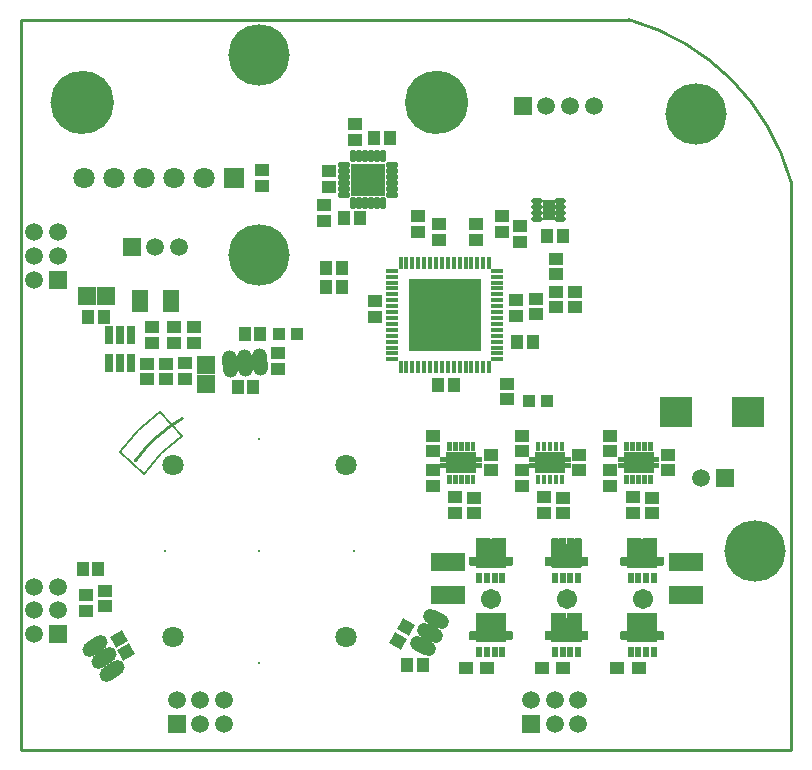
<source format=gts>
G04*
G04 #@! TF.GenerationSoftware,Altium Limited,Altium Designer,20.1.14 (287)*
G04*
G04 Layer_Color=8388736*
%FSLAX25Y25*%
%MOIN*%
G70*
G04*
G04 #@! TF.SameCoordinates,BFC865CF-BEAF-49AC-A6C2-1AB5C3D80CD9*
G04*
G04*
G04 #@! TF.FilePolarity,Negative*
G04*
G01*
G75*
%ADD10C,0.00787*%
%ADD13C,0.01000*%
%ADD24C,0.04724*%
%ADD25R,0.04540X0.04147*%
%ADD26R,0.04737X0.04343*%
%ADD27R,0.04343X0.07099*%
%ADD28R,0.02139X0.03950*%
%ADD29R,0.02454X0.03398*%
%ADD30R,0.04343X0.04737*%
%ADD31R,0.10839X0.10446*%
%ADD32R,0.01824X0.04186*%
%ADD33R,0.04186X0.01824*%
%ADD34R,0.11430X0.05918*%
%ADD35R,0.03950X0.03950*%
%ADD36R,0.24422X0.24422*%
G04:AMPARAMS|DCode=37|XSize=39.5mil|YSize=21.78mil|CornerRadius=5.72mil|HoleSize=0mil|Usage=FLASHONLY|Rotation=180.000|XOffset=0mil|YOffset=0mil|HoleType=Round|Shape=RoundedRectangle|*
%AMROUNDEDRECTD37*
21,1,0.03950,0.01034,0,0,180.0*
21,1,0.02805,0.02178,0,0,180.0*
1,1,0.01145,-0.01403,0.00517*
1,1,0.01145,0.01403,0.00517*
1,1,0.01145,0.01403,-0.00517*
1,1,0.01145,-0.01403,-0.00517*
%
%ADD37ROUNDEDRECTD37*%
%ADD38R,0.11430X0.11036*%
G04:AMPARAMS|DCode=39|XSize=41.47mil|YSize=21.78mil|CornerRadius=5.72mil|HoleSize=0mil|Usage=FLASHONLY|Rotation=270.000|XOffset=0mil|YOffset=0mil|HoleType=Round|Shape=RoundedRectangle|*
%AMROUNDEDRECTD39*
21,1,0.04147,0.01034,0,0,270.0*
21,1,0.03002,0.02178,0,0,270.0*
1,1,0.01145,-0.00517,-0.01501*
1,1,0.01145,-0.00517,0.01501*
1,1,0.01145,0.00517,0.01501*
1,1,0.01145,0.00517,-0.01501*
%
%ADD39ROUNDEDRECTD39*%
%ADD40R,0.03162X0.06115*%
%ADD41R,0.05918X0.06312*%
%ADD42R,0.05524X0.07690*%
%ADD43R,0.06312X0.05918*%
G04:AMPARAMS|DCode=44|XSize=45.4mil|YSize=41.47mil|CornerRadius=0mil|HoleSize=0mil|Usage=FLASHONLY|Rotation=30.000|XOffset=0mil|YOffset=0mil|HoleType=Round|Shape=Rectangle|*
%AMROTATEDRECTD44*
4,1,4,-0.00929,-0.02931,-0.03003,0.00660,0.00929,0.02931,0.03003,-0.00660,-0.00929,-0.02931,0.0*
%
%ADD44ROTATEDRECTD44*%

G04:AMPARAMS|DCode=45|XSize=45.4mil|YSize=41.47mil|CornerRadius=0mil|HoleSize=0mil|Usage=FLASHONLY|Rotation=150.000|XOffset=0mil|YOffset=0mil|HoleType=Round|Shape=Rectangle|*
%AMROTATEDRECTD45*
4,1,4,0.03003,0.00660,0.00929,-0.02931,-0.03003,-0.00660,-0.00929,0.02931,0.03003,0.00660,0.0*
%
%ADD45ROTATEDRECTD45*%

G04:AMPARAMS|DCode=46|XSize=37.13mil|YSize=19.02mil|CornerRadius=5.38mil|HoleSize=0mil|Usage=FLASHONLY|Rotation=180.000|XOffset=0mil|YOffset=0mil|HoleType=Round|Shape=RoundedRectangle|*
%AMROUNDEDRECTD46*
21,1,0.03713,0.00827,0,0,180.0*
21,1,0.02638,0.01902,0,0,180.0*
1,1,0.01076,-0.01319,0.00413*
1,1,0.01076,0.01319,0.00413*
1,1,0.01076,0.01319,-0.00413*
1,1,0.01076,-0.01319,-0.00413*
%
%ADD46ROUNDEDRECTD46*%
%ADD47R,0.04147X0.04540*%
%ADD48C,0.05918*%
%ADD49R,0.05918X0.05918*%
%ADD50C,0.07099*%
%ADD51C,0.20485*%
G04:AMPARAMS|DCode=52|XSize=92.25mil|YSize=50.13mil|CornerRadius=0mil|HoleSize=0mil|Usage=FLASHONLY|Rotation=214.480|XOffset=0mil|YOffset=0mil|HoleType=Round|Shape=Round|*
%AMOVALD52*
21,1,0.04213,0.05013,0.00000,0.00000,214.5*
1,1,0.05013,0.01736,0.01192*
1,1,0.05013,-0.01736,-0.01192*
%
%ADD52OVALD52*%

G04:AMPARAMS|DCode=53|XSize=92.25mil|YSize=50.13mil|CornerRadius=0mil|HoleSize=0mil|Usage=FLASHONLY|Rotation=334.480|XOffset=0mil|YOffset=0mil|HoleType=Round|Shape=Round|*
%AMOVALD53*
21,1,0.04213,0.05013,0.00000,0.00000,334.5*
1,1,0.05013,-0.01901,0.00907*
1,1,0.05013,0.01901,-0.00907*
%
%ADD53OVALD53*%

G04:AMPARAMS|DCode=54|XSize=92.25mil|YSize=50.13mil|CornerRadius=0mil|HoleSize=0mil|Usage=FLASHONLY|Rotation=94.480|XOffset=0mil|YOffset=0mil|HoleType=Round|Shape=Round|*
%AMOVALD54*
21,1,0.04213,0.05013,0.00000,0.00000,94.5*
1,1,0.05013,0.00165,-0.02100*
1,1,0.05013,-0.00165,0.02100*
%
%ADD54OVALD54*%

%ADD55R,0.07099X0.07099*%
%ADD56C,0.06706*%
%ADD57C,0.00800*%
%ADD58R,0.05918X0.05918*%
%ADD59C,0.03556*%
G36*
X131063Y33583D02*
X129567D01*
Y36496D01*
X131063D01*
Y33583D01*
D02*
G37*
G36*
X129095D02*
X127598D01*
Y36496D01*
X129095D01*
Y33583D01*
D02*
G37*
G36*
X127126D02*
X125630D01*
Y36496D01*
X127126D01*
Y33583D01*
D02*
G37*
G36*
X125157D02*
X123661D01*
Y36496D01*
X125157D01*
Y33583D01*
D02*
G37*
G36*
X123189D02*
X121693D01*
Y36496D01*
X123189D01*
Y33583D01*
D02*
G37*
G36*
X101535D02*
X100039D01*
Y36496D01*
X101535D01*
Y33583D01*
D02*
G37*
G36*
X99567D02*
X98071D01*
Y36496D01*
X99567D01*
Y33583D01*
D02*
G37*
G36*
X97598D02*
X96102D01*
Y36496D01*
X97598D01*
Y33583D01*
D02*
G37*
G36*
X95630D02*
X94134D01*
Y36496D01*
X95630D01*
Y33583D01*
D02*
G37*
G36*
X93661D02*
X92165D01*
Y36496D01*
X93661D01*
Y33583D01*
D02*
G37*
G36*
X72008D02*
X70512D01*
Y36496D01*
X72008D01*
Y33583D01*
D02*
G37*
G36*
X70039D02*
X68543D01*
Y36496D01*
X70039D01*
Y33583D01*
D02*
G37*
G36*
X68071D02*
X66575D01*
Y36496D01*
X68071D01*
Y33583D01*
D02*
G37*
G36*
X66102D02*
X64606D01*
Y36496D01*
X66102D01*
Y33583D01*
D02*
G37*
G36*
X64134D02*
X62638D01*
Y36496D01*
X64134D01*
Y33583D01*
D02*
G37*
G36*
X131378Y31280D02*
X133346D01*
Y29744D01*
X131378D01*
Y29311D01*
X133346D01*
Y27776D01*
X131378D01*
Y26004D01*
X121378D01*
Y27776D01*
X119410D01*
Y29311D01*
X121378D01*
Y29744D01*
X119410D01*
Y31280D01*
X121378D01*
Y33051D01*
X131378D01*
Y31280D01*
D02*
G37*
G36*
X101850D02*
X103819D01*
Y29744D01*
X101850D01*
Y29311D01*
X103819D01*
Y27776D01*
X101850D01*
Y26004D01*
X91850D01*
Y27776D01*
X89882D01*
Y29311D01*
X91850D01*
Y29744D01*
X89882D01*
Y31280D01*
X91850D01*
Y33051D01*
X101850D01*
Y31280D01*
D02*
G37*
G36*
X72323D02*
X74291D01*
Y29744D01*
X72323D01*
Y29311D01*
X74291D01*
Y27776D01*
X72323D01*
Y26004D01*
X62323D01*
Y27776D01*
X60354D01*
Y29311D01*
X62323D01*
Y29744D01*
X60354D01*
Y31280D01*
X62323D01*
Y33051D01*
X72323D01*
Y31280D01*
D02*
G37*
G36*
X131063Y22559D02*
X129567D01*
Y25472D01*
X131063D01*
Y22559D01*
D02*
G37*
G36*
X129095D02*
X127598D01*
Y25472D01*
X129095D01*
Y22559D01*
D02*
G37*
G36*
X127126D02*
X125630D01*
Y25472D01*
X127126D01*
Y22559D01*
D02*
G37*
G36*
X125157D02*
X123661D01*
Y25472D01*
X125157D01*
Y22559D01*
D02*
G37*
G36*
X123189D02*
X121693D01*
Y25472D01*
X123189D01*
Y22559D01*
D02*
G37*
G36*
X101535D02*
X100039D01*
Y25472D01*
X101535D01*
Y22559D01*
D02*
G37*
G36*
X99567D02*
X98071D01*
Y25472D01*
X99567D01*
Y22559D01*
D02*
G37*
G36*
X97598D02*
X96102D01*
Y25472D01*
X97598D01*
Y22559D01*
D02*
G37*
G36*
X95630D02*
X94134D01*
Y25472D01*
X95630D01*
Y22559D01*
D02*
G37*
G36*
X93661D02*
X92165D01*
Y25472D01*
X93661D01*
Y22559D01*
D02*
G37*
G36*
X72008D02*
X70512D01*
Y25472D01*
X72008D01*
Y22559D01*
D02*
G37*
G36*
X70039D02*
X68543D01*
Y25472D01*
X70039D01*
Y22559D01*
D02*
G37*
G36*
X68071D02*
X66575D01*
Y25472D01*
X68071D01*
Y22559D01*
D02*
G37*
G36*
X66102D02*
X64606D01*
Y25472D01*
X66102D01*
Y22559D01*
D02*
G37*
G36*
X64134D02*
X62638D01*
Y25472D01*
X64134D01*
Y22559D01*
D02*
G37*
G36*
X132277Y4334D02*
X132328Y4324D01*
X132378Y4307D01*
X132425Y4284D01*
X132468Y4255D01*
X132508Y4220D01*
X132542Y4181D01*
X132571Y4137D01*
X132595Y4090D01*
X132612Y4041D01*
X132622Y3989D01*
X132625Y3937D01*
Y-1764D01*
X134370D01*
X134422Y-1768D01*
X134474Y-1778D01*
X134523Y-1795D01*
X134570Y-1818D01*
X134614Y-1847D01*
X134653Y-1882D01*
X134688Y-1921D01*
X134717Y-1965D01*
X134740Y-2012D01*
X134757Y-2062D01*
X134767Y-2113D01*
X134771Y-2165D01*
Y-4409D01*
X134767Y-4462D01*
X134757Y-4513D01*
X134740Y-4563D01*
X134717Y-4610D01*
X134688Y-4654D01*
X134653Y-4693D01*
X134614Y-4727D01*
X134570Y-4757D01*
X134523Y-4780D01*
X134474Y-4797D01*
X134422Y-4807D01*
X134370Y-4810D01*
X132625D01*
Y-5118D01*
X132622Y-5170D01*
X132612Y-5222D01*
X132595Y-5271D01*
X132571Y-5319D01*
X132542Y-5362D01*
X132508Y-5402D01*
X132468Y-5436D01*
X132425Y-5465D01*
X132378Y-5488D01*
X132328Y-5505D01*
X132277Y-5516D01*
X132224Y-5519D01*
X122894D01*
X122841Y-5516D01*
X122790Y-5505D01*
X122740Y-5488D01*
X122693Y-5465D01*
X122650Y-5436D01*
X122610Y-5402D01*
X122576Y-5362D01*
X122547Y-5319D01*
X122523Y-5271D01*
X122506Y-5222D01*
X122496Y-5170D01*
X122493Y-5118D01*
Y-4810D01*
X120748D01*
X120696Y-4807D01*
X120644Y-4797D01*
X120595Y-4780D01*
X120547Y-4757D01*
X120504Y-4727D01*
X120465Y-4693D01*
X120430Y-4654D01*
X120401Y-4610D01*
X120378Y-4563D01*
X120361Y-4513D01*
X120351Y-4462D01*
X120347Y-4409D01*
Y-2165D01*
X120351Y-2113D01*
X120361Y-2062D01*
X120378Y-2012D01*
X120401Y-1965D01*
X120430Y-1921D01*
X120465Y-1882D01*
X120504Y-1847D01*
X120547Y-1818D01*
X120595Y-1795D01*
X120644Y-1778D01*
X120696Y-1768D01*
X120748Y-1764D01*
X122493D01*
Y3937D01*
X122496Y3989D01*
X122506Y4041D01*
X122523Y4090D01*
X122547Y4137D01*
X122576Y4181D01*
X122610Y4220D01*
X122650Y4255D01*
X122693Y4284D01*
X122740Y4307D01*
X122790Y4324D01*
X122841Y4334D01*
X122894Y4338D01*
X124547D01*
X124600Y4334D01*
X124651Y4324D01*
X124701Y4307D01*
X124748Y4284D01*
X124791Y4255D01*
X124831Y4220D01*
X124865Y4181D01*
X124894Y4137D01*
X124917Y4090D01*
X124934Y4041D01*
X124945Y3989D01*
X124948Y3937D01*
Y2488D01*
X125052D01*
Y3937D01*
X125055Y3989D01*
X125066Y4041D01*
X125082Y4090D01*
X125106Y4137D01*
X125135Y4181D01*
X125169Y4220D01*
X125209Y4255D01*
X125252Y4284D01*
X125299Y4307D01*
X125349Y4324D01*
X125400Y4334D01*
X125453Y4338D01*
X127106D01*
X127158Y4334D01*
X127210Y4324D01*
X127260Y4307D01*
X127307Y4284D01*
X127350Y4255D01*
X127390Y4220D01*
X127424Y4181D01*
X127453Y4137D01*
X127477Y4090D01*
X127493Y4041D01*
X127504Y3989D01*
X127507Y3937D01*
Y2488D01*
X127611D01*
Y3937D01*
X127614Y3989D01*
X127624Y4041D01*
X127641Y4090D01*
X127665Y4137D01*
X127694Y4181D01*
X127728Y4220D01*
X127768Y4255D01*
X127811Y4284D01*
X127858Y4307D01*
X127908Y4324D01*
X127959Y4334D01*
X128012Y4338D01*
X129665D01*
X129718Y4334D01*
X129769Y4324D01*
X129819Y4307D01*
X129866Y4284D01*
X129909Y4255D01*
X129949Y4220D01*
X129983Y4181D01*
X130012Y4137D01*
X130036Y4090D01*
X130052Y4041D01*
X130063Y3989D01*
X130066Y3937D01*
Y2488D01*
X130170D01*
Y3937D01*
X130173Y3989D01*
X130184Y4041D01*
X130200Y4090D01*
X130224Y4137D01*
X130253Y4181D01*
X130287Y4220D01*
X130327Y4255D01*
X130370Y4284D01*
X130417Y4307D01*
X130467Y4324D01*
X130518Y4334D01*
X130571Y4338D01*
X132224D01*
X132277Y4334D01*
D02*
G37*
G36*
X81883Y4334D02*
X81934Y4324D01*
X81984Y4307D01*
X82031Y4284D01*
X82075Y4255D01*
X82114Y4220D01*
X82149Y4181D01*
X82178Y4137D01*
X82201Y4090D01*
X82218Y4041D01*
X82228Y3989D01*
X82231Y3937D01*
Y-1765D01*
X83976D01*
X84029Y-1768D01*
X84080Y-1778D01*
X84130Y-1795D01*
X84177Y-1818D01*
X84220Y-1847D01*
X84260Y-1882D01*
X84294Y-1921D01*
X84324Y-1965D01*
X84347Y-2012D01*
X84364Y-2062D01*
X84374Y-2113D01*
X84377Y-2165D01*
Y-4409D01*
X84374Y-4462D01*
X84364Y-4513D01*
X84347Y-4563D01*
X84324Y-4610D01*
X84294Y-4654D01*
X84260Y-4693D01*
X84220Y-4728D01*
X84177Y-4757D01*
X84130Y-4780D01*
X84080Y-4797D01*
X84029Y-4807D01*
X83976Y-4810D01*
X82231D01*
Y-5118D01*
X82228Y-5170D01*
X82218Y-5222D01*
X82201Y-5272D01*
X82178Y-5319D01*
X82149Y-5362D01*
X82114Y-5402D01*
X82075Y-5436D01*
X82031Y-5465D01*
X81984Y-5488D01*
X81934Y-5505D01*
X81883Y-5516D01*
X81831Y-5519D01*
X72500D01*
X72448Y-5516D01*
X72396Y-5505D01*
X72347Y-5488D01*
X72299Y-5465D01*
X72256Y-5436D01*
X72216Y-5402D01*
X72182Y-5362D01*
X72153Y-5319D01*
X72130Y-5272D01*
X72113Y-5222D01*
X72102Y-5170D01*
X72099Y-5118D01*
Y-4810D01*
X70354D01*
X70302Y-4807D01*
X70250Y-4797D01*
X70201Y-4780D01*
X70154Y-4757D01*
X70110Y-4728D01*
X70071Y-4693D01*
X70036Y-4654D01*
X70007Y-4610D01*
X69984Y-4563D01*
X69967Y-4513D01*
X69957Y-4462D01*
X69953Y-4409D01*
Y-2165D01*
X69957Y-2113D01*
X69967Y-2062D01*
X69984Y-2012D01*
X70007Y-1965D01*
X70036Y-1921D01*
X70071Y-1882D01*
X70110Y-1847D01*
X70154Y-1818D01*
X70201Y-1795D01*
X70250Y-1778D01*
X70302Y-1768D01*
X70354Y-1765D01*
X72099D01*
Y3937D01*
X72102Y3989D01*
X72113Y4041D01*
X72130Y4090D01*
X72153Y4137D01*
X72182Y4181D01*
X72216Y4220D01*
X72256Y4255D01*
X72299Y4284D01*
X72347Y4307D01*
X72396Y4324D01*
X72448Y4334D01*
X72500Y4338D01*
X74154D01*
X74206Y4334D01*
X74257Y4324D01*
X74307Y4307D01*
X74354Y4284D01*
X74397Y4255D01*
X74437Y4220D01*
X74471Y4181D01*
X74501Y4137D01*
X74524Y4090D01*
X74541Y4041D01*
X74551Y3989D01*
X74554Y3937D01*
Y2487D01*
X74658D01*
Y3937D01*
X74661Y3989D01*
X74672Y4041D01*
X74689Y4090D01*
X74712Y4137D01*
X74741Y4181D01*
X74775Y4220D01*
X74815Y4255D01*
X74859Y4284D01*
X74906Y4307D01*
X74955Y4324D01*
X75007Y4334D01*
X75059Y4338D01*
X76713D01*
X76765Y4334D01*
X76816Y4324D01*
X76866Y4307D01*
X76913Y4284D01*
X76957Y4255D01*
X76996Y4220D01*
X77030Y4181D01*
X77060Y4137D01*
X77083Y4090D01*
X77100Y4041D01*
X77110Y3989D01*
X77113Y3937D01*
Y2487D01*
X77217D01*
Y3937D01*
X77221Y3989D01*
X77231Y4041D01*
X77248Y4090D01*
X77271Y4137D01*
X77300Y4181D01*
X77335Y4220D01*
X77374Y4255D01*
X77418Y4284D01*
X77465Y4307D01*
X77514Y4324D01*
X77566Y4334D01*
X77618Y4338D01*
X79272D01*
X79324Y4334D01*
X79375Y4324D01*
X79425Y4307D01*
X79472Y4284D01*
X79516Y4255D01*
X79555Y4220D01*
X79590Y4181D01*
X79619Y4137D01*
X79642Y4090D01*
X79659Y4041D01*
X79669Y3989D01*
X79672Y3937D01*
Y2487D01*
X79776D01*
Y3937D01*
X79780Y3989D01*
X79790Y4041D01*
X79807Y4090D01*
X79830Y4137D01*
X79859Y4181D01*
X79894Y4220D01*
X79933Y4255D01*
X79977Y4284D01*
X80024Y4307D01*
X80073Y4324D01*
X80125Y4334D01*
X80177Y4338D01*
X81831D01*
X81883Y4334D01*
D02*
G37*
G36*
X107080Y4334D02*
X107131Y4324D01*
X107181Y4307D01*
X107228Y4284D01*
X107272Y4255D01*
X107311Y4220D01*
X107345Y4181D01*
X107375Y4137D01*
X107398Y4090D01*
X107415Y4041D01*
X107425Y3989D01*
X107428Y3937D01*
Y-1765D01*
X109173D01*
X109225Y-1768D01*
X109277Y-1778D01*
X109327Y-1795D01*
X109374Y-1818D01*
X109417Y-1847D01*
X109457Y-1882D01*
X109491Y-1921D01*
X109520Y-1965D01*
X109544Y-2012D01*
X109560Y-2062D01*
X109571Y-2113D01*
X109574Y-2165D01*
Y-4409D01*
X109571Y-4462D01*
X109560Y-4513D01*
X109544Y-4563D01*
X109520Y-4610D01*
X109491Y-4654D01*
X109457Y-4693D01*
X109417Y-4728D01*
X109374Y-4757D01*
X109327Y-4780D01*
X109277Y-4797D01*
X109225Y-4807D01*
X109173Y-4810D01*
X107428D01*
Y-5118D01*
X107425Y-5170D01*
X107415Y-5222D01*
X107398Y-5272D01*
X107375Y-5319D01*
X107345Y-5362D01*
X107311Y-5402D01*
X107272Y-5436D01*
X107228Y-5465D01*
X107181Y-5489D01*
X107131Y-5505D01*
X107080Y-5516D01*
X107027Y-5519D01*
X97697D01*
X97645Y-5516D01*
X97593Y-5505D01*
X97543Y-5489D01*
X97496Y-5465D01*
X97453Y-5436D01*
X97413Y-5402D01*
X97379Y-5362D01*
X97350Y-5319D01*
X97326Y-5272D01*
X97310Y-5222D01*
X97299Y-5170D01*
X97296Y-5118D01*
Y-4810D01*
X95551D01*
X95499Y-4807D01*
X95447Y-4797D01*
X95398Y-4780D01*
X95351Y-4757D01*
X95307Y-4728D01*
X95268Y-4693D01*
X95233Y-4654D01*
X95204Y-4610D01*
X95181Y-4563D01*
X95164Y-4513D01*
X95154Y-4462D01*
X95150Y-4409D01*
Y-2165D01*
X95154Y-2113D01*
X95164Y-2062D01*
X95181Y-2012D01*
X95204Y-1965D01*
X95233Y-1921D01*
X95268Y-1882D01*
X95307Y-1847D01*
X95351Y-1818D01*
X95398Y-1795D01*
X95447Y-1778D01*
X95499Y-1768D01*
X95551Y-1765D01*
X97296D01*
Y3937D01*
X97299Y3989D01*
X97310Y4041D01*
X97326Y4090D01*
X97350Y4137D01*
X97379Y4181D01*
X97413Y4220D01*
X97453Y4255D01*
X97496Y4284D01*
X97543Y4307D01*
X97593Y4324D01*
X97645Y4334D01*
X97697Y4338D01*
X99350D01*
X99403Y4334D01*
X99454Y4324D01*
X99504Y4307D01*
X99551Y4284D01*
X99594Y4255D01*
X99634Y4220D01*
X99668Y4181D01*
X99698Y4137D01*
X99721Y4090D01*
X99738Y4041D01*
X99748Y3989D01*
X99751Y3937D01*
Y2487D01*
X99855D01*
Y3937D01*
X99858Y3989D01*
X99869Y4041D01*
X99885Y4090D01*
X99909Y4137D01*
X99938Y4181D01*
X99972Y4220D01*
X100012Y4255D01*
X100055Y4284D01*
X100102Y4307D01*
X100152Y4324D01*
X100204Y4334D01*
X100256Y4338D01*
X101909D01*
X101962Y4334D01*
X102013Y4324D01*
X102063Y4307D01*
X102110Y4284D01*
X102153Y4255D01*
X102193Y4220D01*
X102227Y4181D01*
X102257Y4137D01*
X102280Y4090D01*
X102297Y4041D01*
X102307Y3989D01*
X102310Y3937D01*
Y2487D01*
X102414D01*
Y3937D01*
X102418Y3989D01*
X102428Y4041D01*
X102445Y4090D01*
X102468Y4137D01*
X102497Y4181D01*
X102532Y4220D01*
X102571Y4255D01*
X102614Y4284D01*
X102662Y4307D01*
X102711Y4324D01*
X102763Y4334D01*
X102815Y4338D01*
X104469D01*
X104521Y4334D01*
X104572Y4324D01*
X104622Y4307D01*
X104669Y4284D01*
X104712Y4255D01*
X104752Y4220D01*
X104787Y4181D01*
X104816Y4137D01*
X104839Y4090D01*
X104856Y4041D01*
X104866Y3989D01*
X104869Y3937D01*
Y2487D01*
X104973D01*
Y3937D01*
X104976Y3989D01*
X104987Y4041D01*
X105004Y4090D01*
X105027Y4137D01*
X105056Y4181D01*
X105090Y4220D01*
X105130Y4255D01*
X105174Y4284D01*
X105221Y4307D01*
X105270Y4324D01*
X105322Y4334D01*
X105374Y4338D01*
X107027D01*
X107080Y4334D01*
D02*
G37*
G36*
X132277Y-20469D02*
X132328Y-20479D01*
X132378Y-20496D01*
X132425Y-20519D01*
X132468Y-20548D01*
X132508Y-20583D01*
X132542Y-20622D01*
X132572Y-20666D01*
X132595Y-20713D01*
X132612Y-20762D01*
X132622Y-20814D01*
X132625Y-20866D01*
Y-26568D01*
X134370D01*
X134422Y-26571D01*
X134474Y-26581D01*
X134523Y-26598D01*
X134571Y-26621D01*
X134614Y-26651D01*
X134653Y-26685D01*
X134688Y-26724D01*
X134717Y-26768D01*
X134740Y-26815D01*
X134757Y-26865D01*
X134767Y-26916D01*
X134771Y-26969D01*
Y-29213D01*
X134767Y-29265D01*
X134757Y-29316D01*
X134740Y-29366D01*
X134717Y-29413D01*
X134688Y-29457D01*
X134653Y-29496D01*
X134614Y-29531D01*
X134571Y-29560D01*
X134523Y-29583D01*
X134474Y-29600D01*
X134422Y-29610D01*
X134370Y-29614D01*
X132625D01*
Y-29921D01*
X132622Y-29974D01*
X132612Y-30025D01*
X132595Y-30075D01*
X132572Y-30122D01*
X132542Y-30165D01*
X132508Y-30205D01*
X132468Y-30239D01*
X132425Y-30268D01*
X132378Y-30292D01*
X132328Y-30308D01*
X132277Y-30319D01*
X132224Y-30322D01*
X122894D01*
X122841Y-30319D01*
X122790Y-30308D01*
X122740Y-30292D01*
X122693Y-30268D01*
X122650Y-30239D01*
X122610Y-30205D01*
X122576Y-30165D01*
X122547Y-30122D01*
X122523Y-30075D01*
X122506Y-30025D01*
X122496Y-29974D01*
X122493Y-29921D01*
Y-29614D01*
X120748D01*
X120696Y-29610D01*
X120644Y-29600D01*
X120595Y-29583D01*
X120548Y-29560D01*
X120504Y-29531D01*
X120465Y-29496D01*
X120430Y-29457D01*
X120401Y-29413D01*
X120378Y-29366D01*
X120361Y-29316D01*
X120351Y-29265D01*
X120347Y-29213D01*
Y-26969D01*
X120351Y-26916D01*
X120361Y-26865D01*
X120378Y-26815D01*
X120401Y-26768D01*
X120430Y-26724D01*
X120465Y-26685D01*
X120504Y-26651D01*
X120548Y-26621D01*
X120595Y-26598D01*
X120644Y-26581D01*
X120696Y-26571D01*
X120748Y-26568D01*
X122493D01*
Y-20866D01*
X122496Y-20814D01*
X122506Y-20762D01*
X122523Y-20713D01*
X122547Y-20666D01*
X122576Y-20622D01*
X122610Y-20583D01*
X122650Y-20548D01*
X122693Y-20519D01*
X122740Y-20496D01*
X122790Y-20479D01*
X122841Y-20469D01*
X122894Y-20465D01*
X124547D01*
X124600Y-20469D01*
X124651Y-20479D01*
X124701Y-20496D01*
X124748Y-20519D01*
X124791Y-20548D01*
X124831Y-20583D01*
X124865Y-20622D01*
X124894Y-20666D01*
X124918Y-20713D01*
X124934Y-20762D01*
X124945Y-20814D01*
X124948Y-20866D01*
Y-22316D01*
X125052D01*
Y-20866D01*
X125055Y-20814D01*
X125066Y-20762D01*
X125082Y-20713D01*
X125106Y-20666D01*
X125135Y-20622D01*
X125169Y-20583D01*
X125209Y-20548D01*
X125252Y-20519D01*
X125299Y-20496D01*
X125349Y-20479D01*
X125400Y-20469D01*
X125453Y-20465D01*
X127106D01*
X127159Y-20469D01*
X127210Y-20479D01*
X127260Y-20496D01*
X127307Y-20519D01*
X127350Y-20548D01*
X127390Y-20583D01*
X127424Y-20622D01*
X127453Y-20666D01*
X127477Y-20713D01*
X127494Y-20762D01*
X127504Y-20814D01*
X127507Y-20866D01*
Y-22316D01*
X127611D01*
Y-20866D01*
X127614Y-20814D01*
X127625Y-20762D01*
X127641Y-20713D01*
X127665Y-20666D01*
X127694Y-20622D01*
X127728Y-20583D01*
X127768Y-20548D01*
X127811Y-20519D01*
X127858Y-20496D01*
X127908Y-20479D01*
X127960Y-20469D01*
X128012Y-20465D01*
X129665D01*
X129718Y-20469D01*
X129769Y-20479D01*
X129819Y-20496D01*
X129866Y-20519D01*
X129909Y-20548D01*
X129949Y-20583D01*
X129983Y-20622D01*
X130013Y-20666D01*
X130036Y-20713D01*
X130053Y-20762D01*
X130063Y-20814D01*
X130066Y-20866D01*
Y-22316D01*
X130170D01*
Y-20866D01*
X130173Y-20814D01*
X130184Y-20762D01*
X130201Y-20713D01*
X130224Y-20666D01*
X130253Y-20622D01*
X130287Y-20583D01*
X130327Y-20548D01*
X130370Y-20519D01*
X130418Y-20496D01*
X130467Y-20479D01*
X130519Y-20469D01*
X130571Y-20465D01*
X132224D01*
X132277Y-20469D01*
D02*
G37*
G36*
X81883Y-20469D02*
X81934Y-20479D01*
X81984Y-20496D01*
X82031Y-20519D01*
X82075Y-20548D01*
X82114Y-20583D01*
X82149Y-20622D01*
X82178Y-20666D01*
X82201Y-20713D01*
X82218Y-20762D01*
X82228Y-20814D01*
X82232Y-20866D01*
Y-26568D01*
X83976D01*
X84029Y-26571D01*
X84080Y-26581D01*
X84130Y-26598D01*
X84177Y-26621D01*
X84220Y-26651D01*
X84260Y-26685D01*
X84294Y-26724D01*
X84324Y-26768D01*
X84347Y-26815D01*
X84364Y-26865D01*
X84374Y-26916D01*
X84377Y-26969D01*
Y-29213D01*
X84374Y-29265D01*
X84364Y-29316D01*
X84347Y-29366D01*
X84324Y-29413D01*
X84294Y-29457D01*
X84260Y-29496D01*
X84220Y-29531D01*
X84177Y-29560D01*
X84130Y-29583D01*
X84080Y-29600D01*
X84029Y-29610D01*
X83976Y-29614D01*
X82232D01*
Y-29921D01*
X82228Y-29974D01*
X82218Y-30025D01*
X82201Y-30075D01*
X82178Y-30122D01*
X82149Y-30165D01*
X82114Y-30205D01*
X82075Y-30239D01*
X82031Y-30268D01*
X81984Y-30292D01*
X81934Y-30308D01*
X81883Y-30319D01*
X81831Y-30322D01*
X72500D01*
X72448Y-30319D01*
X72396Y-30308D01*
X72347Y-30292D01*
X72300Y-30268D01*
X72256Y-30239D01*
X72217Y-30205D01*
X72182Y-30165D01*
X72153Y-30122D01*
X72130Y-30075D01*
X72113Y-30025D01*
X72103Y-29974D01*
X72099Y-29921D01*
Y-29614D01*
X70354D01*
X70302Y-29610D01*
X70251Y-29600D01*
X70201Y-29583D01*
X70154Y-29560D01*
X70110Y-29531D01*
X70071Y-29496D01*
X70036Y-29457D01*
X70007Y-29413D01*
X69984Y-29366D01*
X69967Y-29316D01*
X69957Y-29265D01*
X69954Y-29213D01*
Y-26969D01*
X69957Y-26916D01*
X69967Y-26865D01*
X69984Y-26815D01*
X70007Y-26768D01*
X70036Y-26724D01*
X70071Y-26685D01*
X70110Y-26651D01*
X70154Y-26621D01*
X70201Y-26598D01*
X70251Y-26581D01*
X70302Y-26571D01*
X70354Y-26568D01*
X72099D01*
Y-20866D01*
X72103Y-20814D01*
X72113Y-20762D01*
X72130Y-20713D01*
X72153Y-20666D01*
X72182Y-20622D01*
X72217Y-20583D01*
X72256Y-20548D01*
X72300Y-20519D01*
X72347Y-20496D01*
X72396Y-20479D01*
X72448Y-20469D01*
X72500Y-20465D01*
X74154D01*
X74206Y-20469D01*
X74257Y-20479D01*
X74307Y-20496D01*
X74354Y-20519D01*
X74398Y-20548D01*
X74437Y-20583D01*
X74472Y-20622D01*
X74501Y-20666D01*
X74524Y-20713D01*
X74541Y-20762D01*
X74551Y-20814D01*
X74554Y-20866D01*
Y-22316D01*
X74658D01*
Y-20866D01*
X74662Y-20814D01*
X74672Y-20762D01*
X74689Y-20713D01*
X74712Y-20666D01*
X74741Y-20622D01*
X74776Y-20583D01*
X74815Y-20548D01*
X74859Y-20519D01*
X74906Y-20496D01*
X74955Y-20479D01*
X75007Y-20469D01*
X75059Y-20465D01*
X76713D01*
X76765Y-20469D01*
X76816Y-20479D01*
X76866Y-20496D01*
X76913Y-20519D01*
X76957Y-20548D01*
X76996Y-20583D01*
X77031Y-20622D01*
X77060Y-20666D01*
X77083Y-20713D01*
X77100Y-20762D01*
X77110Y-20814D01*
X77113Y-20866D01*
Y-22316D01*
X77217D01*
Y-20866D01*
X77221Y-20814D01*
X77231Y-20762D01*
X77248Y-20713D01*
X77271Y-20666D01*
X77300Y-20622D01*
X77335Y-20583D01*
X77374Y-20548D01*
X77418Y-20519D01*
X77465Y-20496D01*
X77514Y-20479D01*
X77566Y-20469D01*
X77618Y-20465D01*
X79272D01*
X79324Y-20469D01*
X79375Y-20479D01*
X79425Y-20496D01*
X79472Y-20519D01*
X79516Y-20548D01*
X79555Y-20583D01*
X79590Y-20622D01*
X79619Y-20666D01*
X79642Y-20713D01*
X79659Y-20762D01*
X79669Y-20814D01*
X79672Y-20866D01*
Y-22316D01*
X79776D01*
Y-20866D01*
X79780Y-20814D01*
X79790Y-20762D01*
X79807Y-20713D01*
X79830Y-20666D01*
X79859Y-20622D01*
X79894Y-20583D01*
X79933Y-20548D01*
X79977Y-20519D01*
X80024Y-20496D01*
X80073Y-20479D01*
X80125Y-20469D01*
X80177Y-20465D01*
X81831D01*
X81883Y-20469D01*
D02*
G37*
G36*
X107080Y-20469D02*
X107131Y-20479D01*
X107181Y-20496D01*
X107228Y-20519D01*
X107272Y-20548D01*
X107311Y-20583D01*
X107345Y-20622D01*
X107375Y-20666D01*
X107398Y-20713D01*
X107415Y-20763D01*
X107425Y-20814D01*
X107428Y-20866D01*
Y-26568D01*
X109173D01*
X109225Y-26571D01*
X109277Y-26581D01*
X109327Y-26598D01*
X109374Y-26621D01*
X109417Y-26651D01*
X109457Y-26685D01*
X109491Y-26725D01*
X109520Y-26768D01*
X109544Y-26815D01*
X109560Y-26865D01*
X109571Y-26916D01*
X109574Y-26969D01*
Y-29213D01*
X109571Y-29265D01*
X109560Y-29316D01*
X109544Y-29366D01*
X109520Y-29413D01*
X109491Y-29457D01*
X109457Y-29496D01*
X109417Y-29531D01*
X109374Y-29560D01*
X109327Y-29583D01*
X109277Y-29600D01*
X109225Y-29610D01*
X109173Y-29614D01*
X107428D01*
Y-29921D01*
X107425Y-29974D01*
X107415Y-30025D01*
X107398Y-30075D01*
X107375Y-30122D01*
X107345Y-30165D01*
X107311Y-30205D01*
X107272Y-30239D01*
X107228Y-30268D01*
X107181Y-30292D01*
X107131Y-30309D01*
X107080Y-30319D01*
X107027Y-30322D01*
X97697D01*
X97645Y-30319D01*
X97593Y-30309D01*
X97543Y-30292D01*
X97496Y-30268D01*
X97453Y-30239D01*
X97413Y-30205D01*
X97379Y-30165D01*
X97350Y-30122D01*
X97326Y-30075D01*
X97310Y-30025D01*
X97299Y-29974D01*
X97296Y-29921D01*
Y-29614D01*
X95551D01*
X95499Y-29610D01*
X95447Y-29600D01*
X95398Y-29583D01*
X95351Y-29560D01*
X95307Y-29531D01*
X95268Y-29496D01*
X95233Y-29457D01*
X95204Y-29413D01*
X95181Y-29366D01*
X95164Y-29316D01*
X95154Y-29265D01*
X95150Y-29213D01*
Y-26969D01*
X95154Y-26916D01*
X95164Y-26865D01*
X95181Y-26815D01*
X95204Y-26768D01*
X95233Y-26725D01*
X95268Y-26685D01*
X95307Y-26651D01*
X95351Y-26621D01*
X95398Y-26598D01*
X95447Y-26581D01*
X95499Y-26571D01*
X95551Y-26568D01*
X97296D01*
Y-20866D01*
X97299Y-20814D01*
X97310Y-20763D01*
X97326Y-20713D01*
X97350Y-20666D01*
X97379Y-20622D01*
X97413Y-20583D01*
X97453Y-20548D01*
X97496Y-20519D01*
X97543Y-20496D01*
X97593Y-20479D01*
X97645Y-20469D01*
X97697Y-20465D01*
X99350D01*
X99403Y-20469D01*
X99454Y-20479D01*
X99504Y-20496D01*
X99551Y-20519D01*
X99594Y-20548D01*
X99634Y-20583D01*
X99668Y-20622D01*
X99698Y-20666D01*
X99721Y-20713D01*
X99738Y-20763D01*
X99748Y-20814D01*
X99751Y-20866D01*
Y-22316D01*
X99855D01*
Y-20866D01*
X99858Y-20814D01*
X99869Y-20763D01*
X99885Y-20713D01*
X99909Y-20666D01*
X99938Y-20622D01*
X99972Y-20583D01*
X100012Y-20548D01*
X100055Y-20519D01*
X100102Y-20496D01*
X100152Y-20479D01*
X100204Y-20469D01*
X100256Y-20465D01*
X101909D01*
X101962Y-20469D01*
X102013Y-20479D01*
X102063Y-20496D01*
X102110Y-20519D01*
X102153Y-20548D01*
X102193Y-20583D01*
X102227Y-20622D01*
X102257Y-20666D01*
X102280Y-20713D01*
X102297Y-20763D01*
X102307Y-20814D01*
X102310Y-20866D01*
Y-22316D01*
X102414D01*
Y-20866D01*
X102418Y-20814D01*
X102428Y-20763D01*
X102445Y-20713D01*
X102468Y-20666D01*
X102497Y-20622D01*
X102532Y-20583D01*
X102571Y-20548D01*
X102614Y-20519D01*
X102662Y-20496D01*
X102711Y-20479D01*
X102763Y-20469D01*
X102815Y-20465D01*
X104469D01*
X104521Y-20469D01*
X104572Y-20479D01*
X104622Y-20496D01*
X104669Y-20519D01*
X104712Y-20548D01*
X104752Y-20583D01*
X104787Y-20622D01*
X104816Y-20666D01*
X104839Y-20713D01*
X104856Y-20763D01*
X104866Y-20814D01*
X104869Y-20866D01*
Y-22316D01*
X104973D01*
Y-20866D01*
X104976Y-20814D01*
X104987Y-20763D01*
X105004Y-20713D01*
X105027Y-20666D01*
X105056Y-20622D01*
X105090Y-20583D01*
X105130Y-20548D01*
X105174Y-20519D01*
X105221Y-20496D01*
X105270Y-20479D01*
X105322Y-20469D01*
X105374Y-20465D01*
X107027D01*
X107080Y-20469D01*
D02*
G37*
D10*
X-33150Y46475D02*
G03*
X-46475Y33150I33150J-46475D01*
G01*
X-25868Y38351D02*
G03*
X-38351Y25868I25868J-38351D01*
G01*
X-46475Y33150D02*
X-38351Y25868D01*
X-33150Y46475D02*
X-25868Y38351D01*
D13*
X-25710Y44255D02*
G03*
X-41392Y30103I25710J-44255D01*
G01*
X177165Y123273D02*
G03*
X123273Y177165I-74803J-20911D01*
G01*
X-79528D02*
X-79527Y-66299D01*
X177165D01*
X177165Y123273D02*
X177165Y-66299D01*
X-79528Y177165D02*
X123273D01*
D24*
X67323Y149606D02*
G03*
X67323Y149606I-8268J0D01*
G01*
X-50787D02*
G03*
X-50787Y149606I-8268J0D01*
G01*
D25*
X52756Y111614D02*
D03*
X77165Y26969D02*
D03*
Y32087D02*
D03*
X136221Y26969D02*
D03*
Y32087D02*
D03*
X106693Y32087D02*
D03*
Y26969D02*
D03*
X787Y121850D02*
D03*
Y126969D02*
D03*
X52756Y106496D02*
D03*
X82677Y50591D02*
D03*
Y55709D02*
D03*
X98819Y97441D02*
D03*
Y92323D02*
D03*
Y86417D02*
D03*
Y81299D02*
D03*
X105118D02*
D03*
Y86417D02*
D03*
X92126Y78937D02*
D03*
Y84055D02*
D03*
X-51575Y-13189D02*
D03*
Y-18307D02*
D03*
X21654Y115354D02*
D03*
Y110236D02*
D03*
X-28346Y74606D02*
D03*
Y69488D02*
D03*
X-31102Y62402D02*
D03*
Y57284D02*
D03*
X-37402Y62402D02*
D03*
Y57284D02*
D03*
X57874Y33268D02*
D03*
Y38386D02*
D03*
X71653Y12795D02*
D03*
Y17913D02*
D03*
X130709Y12795D02*
D03*
Y17913D02*
D03*
X116929Y33268D02*
D03*
Y38386D02*
D03*
X87402Y33268D02*
D03*
Y38386D02*
D03*
X101181Y12795D02*
D03*
Y17913D02*
D03*
X80709Y106496D02*
D03*
Y111614D02*
D03*
D26*
X59842Y108957D02*
D03*
X87008Y108563D02*
D03*
X57874Y27067D02*
D03*
Y21752D02*
D03*
X87402Y27067D02*
D03*
Y21752D02*
D03*
X116929Y27067D02*
D03*
Y21752D02*
D03*
X59842Y103642D02*
D03*
X72047D02*
D03*
Y108957D02*
D03*
X94095Y-38976D02*
D03*
X101181D02*
D03*
X23228Y121358D02*
D03*
Y126673D02*
D03*
X31890Y137106D02*
D03*
Y142421D02*
D03*
X-21654Y69390D02*
D03*
Y74705D02*
D03*
X-35827D02*
D03*
Y69390D02*
D03*
X6299Y60728D02*
D03*
Y66043D02*
D03*
X-57874Y-14665D02*
D03*
Y-19980D02*
D03*
X65354Y12697D02*
D03*
Y18012D02*
D03*
X124409Y12697D02*
D03*
Y18012D02*
D03*
X94882Y12697D02*
D03*
Y18012D02*
D03*
X87008Y103248D02*
D03*
X38583Y78051D02*
D03*
Y83366D02*
D03*
X68898Y-38976D02*
D03*
X75984D02*
D03*
X119291D02*
D03*
X126378D02*
D03*
X85433Y83760D02*
D03*
Y78445D02*
D03*
X-24803Y57579D02*
D03*
Y62894D02*
D03*
D27*
X96457Y113779D02*
D03*
D28*
X81004Y1969D02*
D03*
X78445D02*
D03*
X75886D02*
D03*
X73327D02*
D03*
X123721Y-22835D02*
D03*
X126279D02*
D03*
X128839D02*
D03*
X131398D02*
D03*
X131398Y1969D02*
D03*
X128839D02*
D03*
X126279D02*
D03*
X123720D02*
D03*
X106201Y1969D02*
D03*
X103642D02*
D03*
X101083D02*
D03*
X98524D02*
D03*
X81004Y-22835D02*
D03*
X78445D02*
D03*
X75886D02*
D03*
X73327D02*
D03*
X98524Y-22835D02*
D03*
X101083D02*
D03*
X103642D02*
D03*
X106201D02*
D03*
D29*
X78445Y-8937D02*
D03*
X75886D02*
D03*
X81004D02*
D03*
X73327D02*
D03*
X123721Y-33740D02*
D03*
X131398D02*
D03*
X126279D02*
D03*
X128839D02*
D03*
X128839Y-8937D02*
D03*
X126279D02*
D03*
X131398D02*
D03*
X123720D02*
D03*
X103642Y-8937D02*
D03*
X101083D02*
D03*
X106201D02*
D03*
X98524D02*
D03*
X78445Y-33740D02*
D03*
X75886D02*
D03*
X81004D02*
D03*
X73327D02*
D03*
X98524Y-33740D02*
D03*
X106201D02*
D03*
X101083D02*
D03*
X103642D02*
D03*
D30*
X91240Y69685D02*
D03*
X85925D02*
D03*
X-53642Y-5906D02*
D03*
X-58957D02*
D03*
X64862Y55512D02*
D03*
X59547D02*
D03*
X38287Y137795D02*
D03*
X43602D02*
D03*
X33366Y111024D02*
D03*
X28051D02*
D03*
X-51673Y77953D02*
D03*
X-56988D02*
D03*
X54626Y-37795D02*
D03*
X49311D02*
D03*
X101083Y105118D02*
D03*
X95768D02*
D03*
D31*
X138878Y46457D02*
D03*
X162697D02*
D03*
D32*
X56890Y96201D02*
D03*
X76575D02*
D03*
X74606D02*
D03*
X72638D02*
D03*
X70669D02*
D03*
X68701D02*
D03*
X66732D02*
D03*
X64764D02*
D03*
X62795D02*
D03*
X60827D02*
D03*
X58858D02*
D03*
X54921D02*
D03*
X52953D02*
D03*
X50984D02*
D03*
X49016D02*
D03*
X47047D02*
D03*
Y61279D02*
D03*
X49016D02*
D03*
X50984D02*
D03*
X52953D02*
D03*
X54921D02*
D03*
X56890D02*
D03*
X58858D02*
D03*
X60827D02*
D03*
X62795D02*
D03*
X64764D02*
D03*
X66732D02*
D03*
X68701D02*
D03*
X70669D02*
D03*
X72638D02*
D03*
X74606D02*
D03*
X76575D02*
D03*
D33*
X79272Y93504D02*
D03*
Y63976D02*
D03*
Y65945D02*
D03*
Y67913D02*
D03*
Y69882D02*
D03*
Y71850D02*
D03*
Y73819D02*
D03*
Y75787D02*
D03*
Y77756D02*
D03*
Y79724D02*
D03*
Y81693D02*
D03*
Y83661D02*
D03*
Y85630D02*
D03*
Y87599D02*
D03*
Y89567D02*
D03*
Y91536D02*
D03*
X44350Y93504D02*
D03*
Y91536D02*
D03*
Y89567D02*
D03*
Y87599D02*
D03*
Y85630D02*
D03*
Y83661D02*
D03*
Y81693D02*
D03*
Y79724D02*
D03*
Y77756D02*
D03*
Y75787D02*
D03*
Y73819D02*
D03*
Y71850D02*
D03*
Y69882D02*
D03*
Y67913D02*
D03*
Y65945D02*
D03*
Y63976D02*
D03*
D34*
X62992Y-14567D02*
D03*
Y-3543D02*
D03*
X142126D02*
D03*
Y-14567D02*
D03*
D35*
X89961Y50000D02*
D03*
X95866D02*
D03*
X12402Y72441D02*
D03*
X6496D02*
D03*
D36*
X61811Y78740D02*
D03*
D37*
X44094Y118898D02*
D03*
Y120866D02*
D03*
Y122835D02*
D03*
Y124803D02*
D03*
Y126772D02*
D03*
Y128740D02*
D03*
X28346D02*
D03*
Y126772D02*
D03*
Y124803D02*
D03*
Y122835D02*
D03*
Y120866D02*
D03*
Y118898D02*
D03*
D38*
X36220Y123819D02*
D03*
D39*
X41142Y131595D02*
D03*
X39173D02*
D03*
X37205D02*
D03*
X35236D02*
D03*
X33268D02*
D03*
X31299D02*
D03*
Y116043D02*
D03*
X33268D02*
D03*
X35236D02*
D03*
X37205D02*
D03*
X39173D02*
D03*
X41142D02*
D03*
D40*
X-42717Y71988D02*
D03*
X-46457D02*
D03*
X-50197D02*
D03*
X-42717Y62657D02*
D03*
X-46457D02*
D03*
X-50197D02*
D03*
D41*
X-57480Y85039D02*
D03*
X-51181D02*
D03*
D42*
X-39665Y83465D02*
D03*
X-29626D02*
D03*
D43*
X-17717Y55905D02*
D03*
Y62205D02*
D03*
D44*
X-44390Y-33712D02*
D03*
X-46949Y-29280D02*
D03*
D45*
X48917Y-25343D02*
D03*
X46358Y-29775D02*
D03*
D46*
X92579Y110827D02*
D03*
Y112795D02*
D03*
Y114764D02*
D03*
Y116732D02*
D03*
X100335D02*
D03*
Y114764D02*
D03*
Y112795D02*
D03*
Y110827D02*
D03*
D47*
X27362Y94488D02*
D03*
X22244D02*
D03*
X27362Y88189D02*
D03*
X22244D02*
D03*
X-7283Y54724D02*
D03*
X-2165D02*
D03*
X-4921Y72441D02*
D03*
X197D02*
D03*
D48*
X95669Y148425D02*
D03*
X103543D02*
D03*
X111417D02*
D03*
X-34646Y101575D02*
D03*
X-26772D02*
D03*
X147244Y24409D02*
D03*
X-75000Y-11811D02*
D03*
Y-19685D02*
D03*
X-67126Y-11811D02*
D03*
Y-19685D02*
D03*
X-75000Y-27559D02*
D03*
Y106299D02*
D03*
Y98425D02*
D03*
X-67126Y106299D02*
D03*
Y98425D02*
D03*
X-75000Y90551D02*
D03*
X106299Y-49724D02*
D03*
X98425D02*
D03*
X106299Y-57598D02*
D03*
X98425D02*
D03*
X90551Y-49724D02*
D03*
X-11811D02*
D03*
X-19685D02*
D03*
X-11811Y-57598D02*
D03*
X-19685D02*
D03*
X-27559Y-49724D02*
D03*
D49*
X87795Y148425D02*
D03*
X-42520Y101575D02*
D03*
X155118Y24409D02*
D03*
X90551Y-57598D02*
D03*
X-27559D02*
D03*
D50*
X28740Y28740D02*
D03*
Y-28740D02*
D03*
X-28740D02*
D03*
Y28740D02*
D03*
X-38465Y124409D02*
D03*
X-18465D02*
D03*
X-28465D02*
D03*
X-48465D02*
D03*
X-58465D02*
D03*
D51*
X0Y98819D02*
D03*
Y165354D02*
D03*
X-59055Y149606D02*
D03*
X59055D02*
D03*
X165354Y0D02*
D03*
X145669Y145669D02*
D03*
D52*
X-49095Y-39779D02*
D03*
X-54756Y-31536D02*
D03*
X-51926Y-35658D02*
D03*
D53*
X56846Y-27139D02*
D03*
X54692Y-31651D02*
D03*
X59000Y-22626D02*
D03*
D54*
X-9906Y62409D02*
D03*
X64Y63190D02*
D03*
X-4921Y62800D02*
D03*
D55*
X-8465Y124409D02*
D03*
D56*
X127953Y-15748D02*
D03*
X102362D02*
D03*
X77165D02*
D03*
D57*
X0Y0D02*
D03*
Y-37402D02*
D03*
Y37401D02*
D03*
X-31496Y0D02*
D03*
X31496D02*
D03*
D58*
X-67126Y-27559D02*
D03*
Y90551D02*
D03*
D59*
X116929Y21752D02*
D03*
Y27067D02*
D03*
X116929Y38386D02*
D03*
X87402D02*
D03*
X57874D02*
D03*
X67323Y29528D02*
D03*
X57874Y21752D02*
D03*
X87402Y21752D02*
D03*
X87402Y27067D02*
D03*
X57874D02*
D03*
X-7874Y98425D02*
D03*
X0Y90945D02*
D03*
Y106693D02*
D03*
X7874Y98425D02*
D03*
X-5906Y103543D02*
D03*
X5512Y103937D02*
D03*
Y93307D02*
D03*
X-5118Y92914D02*
D03*
X59055Y157480D02*
D03*
Y141732D02*
D03*
X51181Y149213D02*
D03*
X66929D02*
D03*
X64567Y154725D02*
D03*
X53150Y154331D02*
D03*
X53937Y143701D02*
D03*
X64567Y144095D02*
D03*
X-59055Y157480D02*
D03*
Y141732D02*
D03*
X-66929Y149213D02*
D03*
X-51181D02*
D03*
X-53543Y154725D02*
D03*
X-64961Y154331D02*
D03*
X-64173Y143701D02*
D03*
X-53543Y144095D02*
D03*
X145669Y153543D02*
D03*
Y137795D02*
D03*
X137795Y145276D02*
D03*
X153543D02*
D03*
X151181Y150787D02*
D03*
X139764Y150394D02*
D03*
X140551Y139764D02*
D03*
X151181Y140157D02*
D03*
X165354Y7874D02*
D03*
Y-7874D02*
D03*
X157480Y-394D02*
D03*
X173228D02*
D03*
X170866Y5118D02*
D03*
X159449Y4724D02*
D03*
X160236Y-5905D02*
D03*
X170866Y-5512D02*
D03*
X5512Y159843D02*
D03*
X-5118Y159449D02*
D03*
X-5906Y170079D02*
D03*
X5512Y170472D02*
D03*
X7874Y164961D02*
D03*
X-7874D02*
D03*
X0Y157480D02*
D03*
Y173228D02*
D03*
X61811Y78347D02*
D03*
X52756Y87795D02*
D03*
Y69685D02*
D03*
X71260Y88189D02*
D03*
X70866Y69685D02*
D03*
X33071Y121260D02*
D03*
Y126772D02*
D03*
X39370D02*
D03*
Y121260D02*
D03*
X126378Y29528D02*
D03*
X96850D02*
D03*
M02*

</source>
